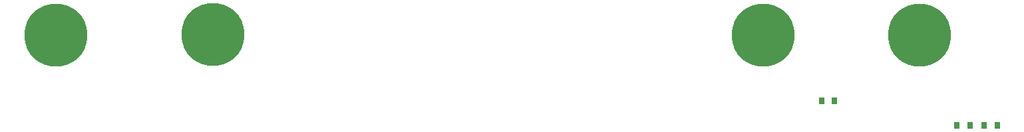
<source format=gtp>
G04 Layer_Color=8421504*
%FSAX25Y25*%
%MOIN*%
G70*
G01*
G75*
%ADD10R,0.02756X0.03347*%
%ADD11C,0.31496*%
D10*
X0586661Y0294657D02*
D03*
X0593157D02*
D03*
X0668161Y0282358D02*
D03*
X0674657D02*
D03*
X0654543Y0282343D02*
D03*
X0661039D02*
D03*
D11*
X0635900Y0327700D02*
D03*
X0281700Y0328000D02*
D03*
X0203100Y0327700D02*
D03*
X0557400D02*
D03*
M02*

</source>
